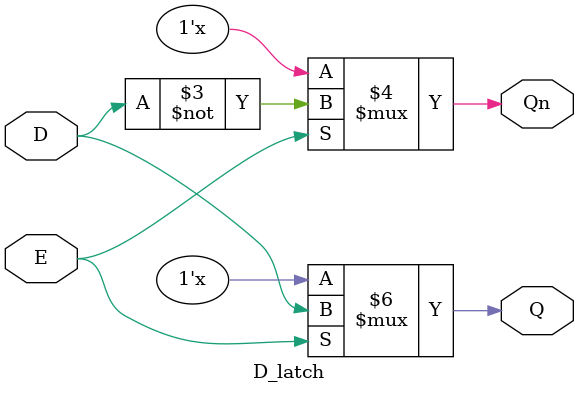
<source format=v>
/* Behavioral model of D_latch

*/

module D_latch( output reg Q, Qn
		,input wire E,D);
always @(E or D)
  if( E == 1'b1)
	begin 
	Q <= D;
	Qn <= ~D;
	end 
endmodule

</source>
